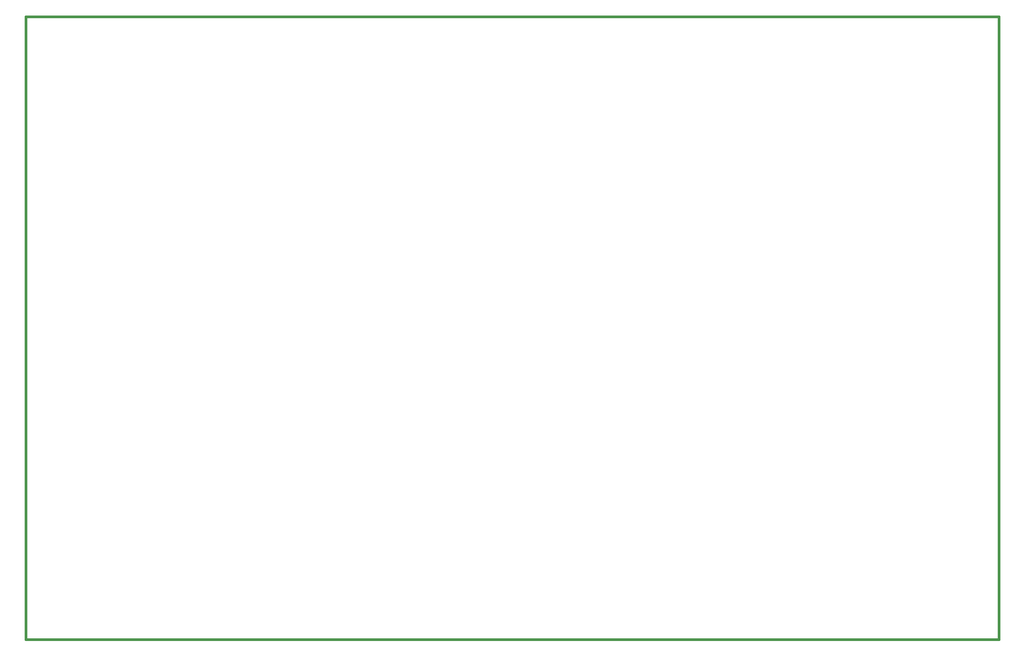
<source format=gm1>
%TF.GenerationSoftware,KiCad,Pcbnew,(5.1.12)-1*%
%TF.CreationDate,2022-05-27T21:25:41+02:00*%
%TF.ProjectId,EC1834-XT-IDE,45433138-3334-42d5-9854-2d4944452e6b,4b*%
%TF.SameCoordinates,Original*%
%TF.FileFunction,Profile,NP*%
%FSLAX46Y46*%
G04 Gerber Fmt 4.6, Leading zero omitted, Abs format (unit mm)*
G04 Created by KiCad (PCBNEW (5.1.12)-1) date 2022-05-27 21:25:41*
%MOMM*%
%LPD*%
G01*
G04 APERTURE LIST*
%TA.AperFunction,Profile*%
%ADD10C,0.381000*%
%TD*%
G04 APERTURE END LIST*
D10*
X37465000Y-144145000D02*
X37465000Y-45720000D01*
X191135000Y-45720000D02*
X37465000Y-45720000D01*
X191135000Y-144145000D02*
X191135000Y-45720000D01*
X177800000Y-144145000D02*
X191135000Y-144145000D01*
X175260000Y-144145000D02*
X177800000Y-144145000D01*
X86360000Y-144145000D02*
X175260000Y-144145000D01*
X37465000Y-144145000D02*
X86360000Y-144145000D01*
M02*

</source>
